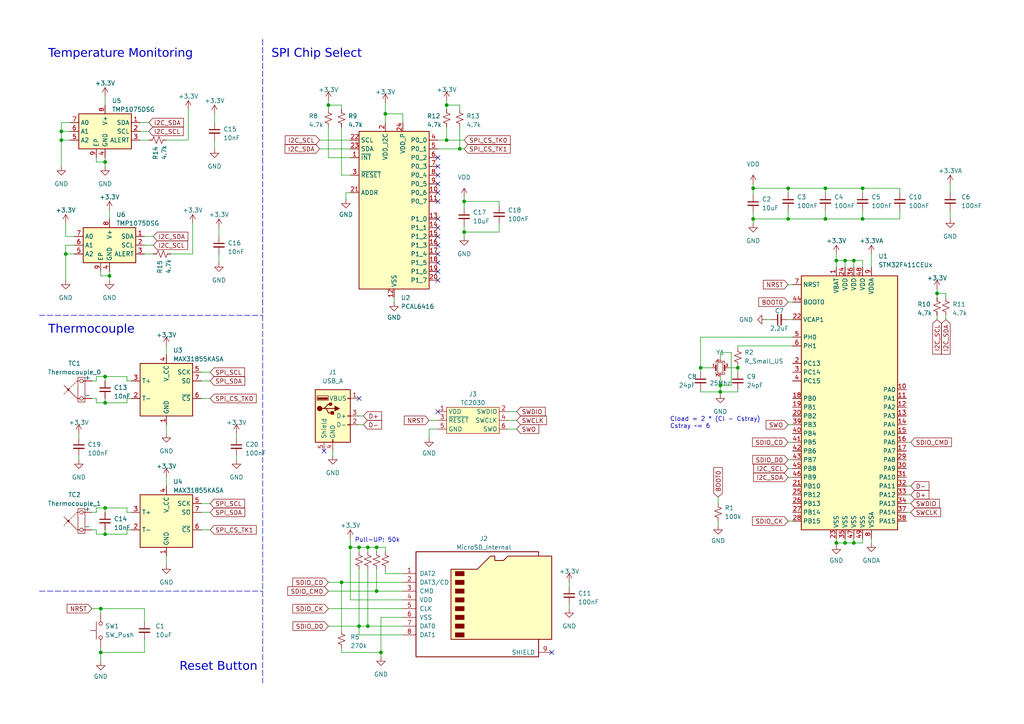
<source format=kicad_sch>
(kicad_sch (version 20230121) (generator eeschema)
  (paper "A4")
  (lib_symbols
    (symbol "ATL:PCAL6416"
      (property "Reference" "U" (at -10.16 24.13 0))
      (property "Value" "PCAL6416" (at 3.81 24.13 0))
      (symbol "PCAL6416_1_1"
        (pin open_collector line (at -12.7 15.24 0) (length 2.54) (name "~{INT}") (number "1"))
        (pin bidirectional line (at 12.7 5.08 180) (length 2.54) (name "P0_6") (number "10"))
        (pin bidirectional line (at 12.7 2.54 180) (length 2.54) (name "P0_7") (number "11"))
        (pin power_in line (at 0 -25.4 90) (length 2.54) (name "VSS") (number "12"))
        (pin bidirectional line (at 12.7 -2.54 180) (length 2.54) (name "P1_0") (number "13"))
        (pin bidirectional line (at 12.7 -5.08 180) (length 2.54) (name "P1_1") (number "14"))
        (pin bidirectional line (at 12.7 -7.62 180) (length 2.54) (name "P1_2") (number "15"))
        (pin bidirectional line (at 12.7 -10.16 180) (length 2.54) (name "P1_3") (number "16"))
        (pin bidirectional line (at 12.7 -12.7 180) (length 2.54) (name "P1_4") (number "17"))
        (pin bidirectional line (at 12.7 -15.24 180) (length 2.54) (name "P1_5") (number "18"))
        (pin bidirectional line (at 12.7 -17.78 180) (length 2.54) (name "P1_6") (number "19"))
        (pin power_in line (at -2.54 25.4 270) (length 2.54) (name "VDD_I2C") (number "2"))
        (pin bidirectional line (at 12.7 -20.32 180) (length 2.54) (name "P1_7") (number "20"))
        (pin input line (at -12.7 5.08 0) (length 2.54) (name "ADDR") (number "21"))
        (pin input line (at -12.7 20.32 0) (length 2.54) (name "SCL") (number "22"))
        (pin bidirectional line (at -12.7 17.78 0) (length 2.54) (name "SDA") (number "23"))
        (pin power_in line (at 2.54 25.4 270) (length 2.54) (name "VDD_P") (number "24"))
        (pin input line (at -12.7 10.16 0) (length 2.54) (name "~{RESET}") (number "3"))
        (pin bidirectional line (at 12.7 20.32 180) (length 2.54) (name "P0_0") (number "4"))
        (pin bidirectional line (at 12.7 17.78 180) (length 2.54) (name "P0_1") (number "5"))
        (pin bidirectional line (at 12.7 15.24 180) (length 2.54) (name "P0_2") (number "6"))
        (pin bidirectional line (at 12.7 12.7 180) (length 2.54) (name "P0_3") (number "7"))
        (pin bidirectional line (at 12.7 10.16 180) (length 2.54) (name "P0_4") (number "8"))
        (pin bidirectional line (at 12.7 7.62 180) (length 2.54) (name "P0_5") (number "9"))
      )
    )
    (symbol "ATL:TC2030"
      (property "Reference" "J" (at 0 5.08 0))
      (property "Value" "TC2030" (at 0 -5.08 0))
      (symbol "TC2030_1_1"
        (pin power_in line (at -10.16 2.54 0) (length 2.54) (name "VDD") (number "1"))
        (pin power_in line (at 10.16 2.54 180) (length 2.54) (name "SWDIO") (number "2"))
        (pin power_in line (at -10.16 0 0) (length 2.54) (name "~{RESET}") (number "3"))
        (pin power_in line (at 10.16 0 180) (length 2.54) (name "SWCLK") (number "4"))
        (pin power_in line (at -10.16 -2.54 0) (length 2.54) (name "GND") (number "5"))
        (pin bidirectional line (at 10.16 -2.54 180) (length 2.54) (name "SWO") (number "6"))
      )
    )
    (symbol "Connector:Micro_SD_Card" (pin_names (offset 1.016))
      (property "Reference" "J" (at -16.51 15.24 0))
      (property "Value" "Micro_SD_Card" (at 16.51 15.24 0))
      (symbol "Micro_SD_Card_1_1"
        (pin bidirectional line (at -22.86 7.62 0) (length 3.81) (name "DAT2") (number "1"))
        (pin bidirectional line (at -22.86 5.08 0) (length 3.81) (name "DAT3/CD") (number "2"))
        (pin input line (at -22.86 2.54 0) (length 3.81) (name "CMD") (number "3"))
        (pin power_in line (at -22.86 0 0) (length 3.81) (name "VDD") (number "4"))
        (pin input line (at -22.86 -2.54 0) (length 3.81) (name "CLK") (number "5"))
        (pin power_in line (at -22.86 -5.08 0) (length 3.81) (name "VSS") (number "6"))
        (pin bidirectional line (at -22.86 -7.62 0) (length 3.81) (name "DAT0") (number "7"))
        (pin bidirectional line (at -22.86 -10.16 0) (length 3.81) (name "DAT1") (number "8"))
        (pin passive line (at 20.32 -15.24 180) (length 3.81) (name "SHIELD") (number "9"))
      )
    )
    (symbol "Connector:USB_A" (pin_names (offset 1.016))
      (property "Reference" "J" (at -5.08 11.43 0))
      (property "Value" "USB_A" (at -5.08 8.89 0))
      (symbol "USB_A_1_1"
        (pin power_in line (at 7.62 5.08 180) (length 2.54) (name "VBUS") (number "1"))
        (pin bidirectional line (at 7.62 -2.54 180) (length 2.54) (name "D-") (number "2"))
        (pin bidirectional line (at 7.62 0 180) (length 2.54) (name "D+") (number "3"))
        (pin power_in line (at 0 -10.16 90) (length 2.54) (name "GND") (number "4"))
        (pin passive line (at -2.54 -10.16 90) (length 2.54) (name "Shield") (number "5"))
      )
    )
    (symbol "Device:C_Small" (pin_numbers hide) (pin_names (offset 0.254) hide)
      (property "Reference" "C" (at 0.254 1.778 0))
      (property "Value" "C_Small" (at 0.254 -2.032 0))
      (symbol "C_Small_1_1"
        (pin passive line (at 0 2.54 270) (length 2.032) (name "~") (number "1"))
        (pin passive line (at 0 -2.54 90) (length 2.032) (name "~") (number "2"))
      )
    )
    (symbol "Device:Crystal_GND24_Small" (pin_names (offset 1.016) hide)
      (property "Reference" "Y" (at 1.27 4.445 0))
      (property "Value" "Crystal_GND24_Small" (at 1.27 2.54 0))
      (symbol "Crystal_GND24_Small_1_1"
        (pin passive line (at -2.54 0 0) (length 1.27) (name "1") (number "1"))
        (pin passive line (at 0 -2.54 90) (length 0.635) (name "2") (number "2"))
        (pin passive line (at 2.54 0 180) (length 1.27) (name "3") (number "3"))
        (pin passive line (at 0 2.54 270) (length 0.635) (name "4") (number "4"))
      )
    )
    (symbol "Device:R_Small_US" (pin_numbers hide) (pin_names (offset 0.254) hide)
      (property "Reference" "R" (at 0.762 0.508 0))
      (property "Value" "R_Small_US" (at 0.762 -1.016 0))
      (symbol "R_Small_US_1_1"
        (pin passive line (at 0 2.54 270) (length 1.016) (name "~") (number "1"))
        (pin passive line (at 0 -2.54 90) (length 1.016) (name "~") (number "2"))
      )
    )
    (symbol "Device:Thermocouple_Block" (pin_numbers hide) (pin_names (offset 0))
      (property "Reference" "TC" (at -3.048 3.81 0))
      (property "Value" "Thermocouple_Block" (at -5.08 -4.064 0))
      (symbol "Thermocouple_Block_1_1"
        (pin passive line (at 5.08 2.54 180) (length 2.54) (name "+") (number "1"))
        (pin passive line (at 5.08 -2.54 180) (length 2.54) (name "-") (number "2"))
      )
    )
    (symbol "GND_1" (power) (pin_names (offset 0))
      (property "Value" "GND_1" (at 0 -3.81 0))
      (symbol "GND_1_1_1"
        (pin power_in line (at 0 0 270) (length 0) hide (name "GND") (number "1"))
      )
    )
    (symbol "GND_2" (power) (pin_names (offset 0))
      (property "Value" "GND_2" (at 0 -3.81 0))
      (symbol "GND_2_1_1"
        (pin power_in line (at 0 0 270) (length 0) hide (name "GND") (number "1"))
      )
    )
    (symbol "GND_3" (power) (pin_names (offset 0))
      (property "Value" "GND_3" (at 0 -3.81 0))
      (symbol "GND_3_1_1"
        (pin power_in line (at 0 0 270) (length 0) hide (name "GND") (number "1"))
      )
    )
    (symbol "GND_4" (power) (pin_names (offset 0))
      (property "Value" "GND_4" (at 0 -3.81 0))
      (symbol "GND_4_1_1"
        (pin power_in line (at 0 0 270) (length 0) hide (name "GND") (number "1"))
      )
    )
    (symbol "GND_5" (power) (pin_names (offset 0))
      (property "Value" "GND_5" (at 0 -3.81 0))
      (symbol "GND_5_1_1"
        (pin power_in line (at 0 0 270) (length 0) hide (name "GND") (number "1"))
      )
    )
    (symbol "GND_6" (power) (pin_names (offset 0))
      (property "Value" "GND_6" (at 0 -3.81 0))
      (symbol "GND_6_1_1"
        (pin power_in line (at 0 0 270) (length 0) hide (name "GND") (number "1"))
      )
    )
    (symbol "MCU_ST_STM32F4:STM32F411CEUx"
      (property "Reference" "U" (at -15.24 36.83 0))
      (property "Value" "STM32F411CEUx" (at 7.62 36.83 0))
      (symbol "STM32F411CEUx_1_1"
        (pin power_in line (at -5.08 38.1 270) (length 2.54) (name "VBAT") (number "1"))
        (pin bidirectional line (at 15.24 2.54 180) (length 2.54) (name "PA0") (number "10"))
        (pin bidirectional line (at 15.24 0 180) (length 2.54) (name "PA1") (number "11"))
        (pin bidirectional line (at 15.24 -2.54 180) (length 2.54) (name "PA2") (number "12"))
        (pin bidirectional line (at 15.24 -5.08 180) (length 2.54) (name "PA3") (number "13"))
        (pin bidirectional line (at 15.24 -7.62 180) (length 2.54) (name "PA4") (number "14"))
        (pin bidirectional line (at 15.24 -10.16 180) (length 2.54) (name "PA5") (number "15"))
        (pin bidirectional line (at 15.24 -12.7 180) (length 2.54) (name "PA6") (number "16"))
        (pin bidirectional line (at 15.24 -15.24 180) (length 2.54) (name "PA7") (number "17"))
        (pin bidirectional line (at -17.78 0 0) (length 2.54) (name "PB0") (number "18"))
        (pin bidirectional line (at -17.78 -2.54 0) (length 2.54) (name "PB1") (number "19"))
        (pin bidirectional line (at -17.78 10.16 0) (length 2.54) (name "PC13") (number "2"))
        (pin bidirectional line (at -17.78 -5.08 0) (length 2.54) (name "PB2") (number "20"))
        (pin bidirectional line (at -17.78 -25.4 0) (length 2.54) (name "PB10") (number "21"))
        (pin power_in line (at -17.78 22.86 0) (length 2.54) (name "VCAP1") (number "22"))
        (pin power_in line (at -5.08 -40.64 90) (length 2.54) (name "VSS") (number "23"))
        (pin power_in line (at -2.54 38.1 270) (length 2.54) (name "VDD") (number "24"))
        (pin bidirectional line (at -17.78 -27.94 0) (length 2.54) (name "PB12") (number "25"))
        (pin bidirectional line (at -17.78 -30.48 0) (length 2.54) (name "PB13") (number "26"))
        (pin bidirectional line (at -17.78 -33.02 0) (length 2.54) (name "PB14") (number "27"))
        (pin bidirectional line (at -17.78 -35.56 0) (length 2.54) (name "PB15") (number "28"))
        (pin bidirectional line (at 15.24 -17.78 180) (length 2.54) (name "PA8") (number "29"))
        (pin bidirectional line (at -17.78 7.62 0) (length 2.54) (name "PC14") (number "3"))
        (pin bidirectional line (at 15.24 -20.32 180) (length 2.54) (name "PA9") (number "30"))
        (pin bidirectional line (at 15.24 -22.86 180) (length 2.54) (name "PA10") (number "31"))
        (pin bidirectional line (at 15.24 -25.4 180) (length 2.54) (name "PA11") (number "32"))
        (pin bidirectional line (at 15.24 -27.94 180) (length 2.54) (name "PA12") (number "33"))
        (pin bidirectional line (at 15.24 -30.48 180) (length 2.54) (name "PA13") (number "34"))
        (pin power_in line (at -2.54 -40.64 90) (length 2.54) (name "VSS") (number "35"))
        (pin power_in line (at 0 38.1 270) (length 2.54) (name "VDD") (number "36"))
        (pin bidirectional line (at 15.24 -33.02 180) (length 2.54) (name "PA14") (number "37"))
        (pin bidirectional line (at 15.24 -35.56 180) (length 2.54) (name "PA15") (number "38"))
        (pin bidirectional line (at -17.78 -7.62 0) (length 2.54) (name "PB3") (number "39"))
        (pin bidirectional line (at -17.78 5.08 0) (length 2.54) (name "PC15") (number "4"))
        (pin bidirectional line (at -17.78 -10.16 0) (length 2.54) (name "PB4") (number "40"))
        (pin bidirectional line (at -17.78 -12.7 0) (length 2.54) (name "PB5") (number "41"))
        (pin bidirectional line (at -17.78 -15.24 0) (length 2.54) (name "PB6") (number "42"))
        (pin bidirectional line (at -17.78 -17.78 0) (length 2.54) (name "PB7") (number "43"))
        (pin input line (at -17.78 27.94 0) (length 2.54) (name "BOOT0") (number "44"))
        (pin bidirectional line (at -17.78 -20.32 0) (length 2.54) (name "PB8") (number "45"))
        (pin bidirectional line (at -17.78 -22.86 0) (length 2.54) (name "PB9") (number "46"))
        (pin power_in line (at 0 -40.64 90) (length 2.54) (name "VSS") (number "47"))
        (pin power_in line (at 2.54 38.1 270) (length 2.54) (name "VDD") (number "48"))
        (pin power_in line (at 2.54 -40.64 90) (length 2.54) (name "VSS") (number "49"))
        (pin input line (at -17.78 17.78 0) (length 2.54) (name "PH0") (number "5"))
        (pin input line (at -17.78 15.24 0) (length 2.54) (name "PH1") (number "6"))
        (pin input line (at -17.78 33.02 0) (length 2.54) (name "NRST") (number "7"))
        (pin power_in line (at 5.08 -40.64 90) (length 2.54) (name "VSSA") (number "8"))
        (pin power_in line (at 5.08 38.1 270) (length 2.54) (name "VDDA") (number "9"))
      )
    )
    (symbol "Sensor_Temperature:MAX31855KASA"
      (property "Reference" "U" (at -7.62 8.89 0))
      (property "Value" "MAX31855KASA" (at 1.27 8.89 0))
      (symbol "MAX31855KASA_1_1"
        (pin power_in line (at 0 -10.16 90) (length 2.54) (name "GND") (number "1"))
        (pin passive line (at -10.16 -2.54 0) (length 2.54) (name "T-") (number "2"))
        (pin passive line (at -10.16 2.54 0) (length 2.54) (name "T+") (number "3"))
        (pin power_in line (at 0 10.16 270) (length 2.54) (name "V_CC") (number "4"))
        (pin input line (at 10.16 5.08 180) (length 2.54) (name "SCK") (number "5"))
        (pin input line (at 10.16 -2.54 180) (length 2.54) (name "~{CS}") (number "6"))
        (pin tri_state line (at 10.16 2.54 180) (length 2.54) (name "SO") (number "7"))
      )
    )
    (symbol "Sensor_Temperature:TMP1075DSG"
      (property "Reference" "U" (at -6.35 6.35 0))
      (property "Value" "TMP1075DSG" (at 6.35 6.35 0))
      (symbol "TMP1075DSG_1_1"
        (pin bidirectional line (at 10.16 2.54 180) (length 2.54) (name "SDA") (number "1"))
        (pin input line (at 10.16 0 180) (length 2.54) (name "SCL") (number "2"))
        (pin open_collector line (at 10.16 -2.54 180) (length 2.54) (name "ALERT") (number "3"))
        (pin power_in line (at 0 -7.62 90) (length 2.54) (name "GND") (number "4"))
        (pin input line (at -10.16 -2.54 0) (length 2.54) (name "A2") (number "5"))
        (pin input line (at -10.16 0 0) (length 2.54) (name "A1") (number "6"))
        (pin input line (at -10.16 2.54 0) (length 2.54) (name "A0") (number "7"))
        (pin power_in line (at 0 7.62 270) (length 2.54) (name "V+") (number "8"))
        (pin passive line (at -2.54 -7.62 90) (length 2.54) (name "EP") (number "9"))
      )
    )
    (symbol "Switch:SW_Push" (pin_numbers hide) (pin_names (offset 1.016) hide)
      (property "Reference" "SW" (at 1.27 2.54 0))
      (property "Value" "SW_Push" (at 0 -1.524 0))
      (symbol "SW_Push_0_1"
        (pin passive line (at -5.08 0 0) (length 2.54) (name "1") (number "1"))
        (pin passive line (at 5.08 0 180) (length 2.54) (name "2") (number "2"))
      )
    )
    (symbol "power:+3.3V" (power) (pin_names (offset 0))
      (property "Value" "+3.3V" (at 0 3.556 0))
      (symbol "+3.3V_1_1"
        (pin power_in line (at 0 0 90) (length 0) hide (name "+3.3V") (number "1"))
      )
    )
    (symbol "power:+3.3VA" (power) (pin_names (offset 0))
      (property "Value" "+3.3VA" (at 0 3.556 0))
      (symbol "+3.3VA_1_1"
        (pin power_in line (at 0 0 90) (length 0) hide (name "+3.3VA") (number "1"))
      )
    )
    (symbol "power:GND" (power) (pin_names (offset 0))
      (property "Value" "GND" (at 0 -3.81 0))
      (symbol "GND_1_1"
        (pin power_in line (at 0 0 270) (length 0) hide (name "GND") (number "1"))
      )
    )
    (symbol "power:GNDA" (power) (pin_names (offset 0))
      (property "Value" "GNDA" (at 0 -3.81 0))
      (symbol "GNDA_1_1"
        (pin power_in line (at 0 0 270) (length 0) hide (name "GNDA") (number "1"))
      )
    )
    (symbol "power:VDD" (power) (pin_names (offset 0))
      (property "Value" "VDD" (at 0 3.81 0))
      (symbol "VDD_1_1"
        (pin power_in line (at 0 0 90) (length 0) hide (name "VDD") (number "1"))
      )
    )
  )
  (junction (at 245.11 157.48))
  (junction (at 213.995 106.68))
  (junction (at 228.6 54.61))
  (junction (at 134.62 58.42))
  (junction (at 129.54 30.48))
  (junction (at 250.19 54.61))
  (junction (at 99.06 168.91))
  (junction (at 109.22 171.45))
  (junction (at 30.48 116.84))
  (junction (at 106.68 158.75))
  (junction (at 208.915 113.665))
  (junction (at 110.49 189.23))
  (junction (at 245.11 75.565))
  (junction (at 203.2 106.68))
  (junction (at 242.57 75.565))
  (junction (at 247.65 157.48))
  (junction (at 101.6 158.75))
  (junction (at 208.915 111.76))
  (junction (at 134.62 67.31))
  (junction (at 29.21 189.23))
  (junction (at 242.57 157.48))
  (junction (at 104.14 158.75))
  (junction (at 250.19 63.5))
  (junction (at 17.78 38.1))
  (junction (at 247.65 75.565))
  (junction (at 111.76 33.02))
  (junction (at 30.48 154.94))
  (junction (at 109.22 158.75))
  (junction (at 271.78 85.09))
  (junction (at 104.14 181.61))
  (junction (at 228.6 63.5))
  (junction (at 129.54 40.64))
  (junction (at 239.395 54.61))
  (junction (at 218.44 54.61))
  (junction (at 30.48 147.32))
  (junction (at 29.21 176.53))
  (junction (at 30.48 109.22))
  (junction (at 17.78 40.64))
  (junction (at 218.44 63.5))
  (junction (at 133.35 43.18))
  (junction (at 31.75 80.01))
  (junction (at 30.48 46.99))
  (junction (at 239.395 63.5))
  (junction (at 19.05 73.66))
  (junction (at 106.68 181.61))
  (junction (at 95.25 30.48))
  (no_connect (at 127 45.72))
  (no_connect (at 127 119.38))
  (no_connect (at 127 58.42))
  (no_connect (at 127 73.66))
  (no_connect (at 127 48.26))
  (no_connect (at 127 63.5))
  (no_connect (at 93.98 130.81))
  (no_connect (at 127 55.88))
  (no_connect (at 127 53.34))
  (no_connect (at 127 78.74))
  (no_connect (at 127 68.58))
  (no_connect (at 160.02 189.23))
  (no_connect (at 127 76.2))
  (no_connect (at 127 81.28))
  (no_connect (at 127 66.04))
  (no_connect (at 127 50.8))
  (no_connect (at 127 71.12))
  (no_connect (at 104.14 115.57))
  (wire (pts (xy 109.22 171.45) (xy 116.84 171.45)))
  (wire (pts (xy 245.11 75.565) (xy 247.65 75.565)))
  (wire (pts (xy 213.995 106.68) (xy 213.995 107.95)))
  (wire (pts (xy 250.19 75.565) (xy 250.19 77.47)))
  (wire (pts (xy 228.6 60.96) (xy 228.6 63.5)))
  (wire (pts (xy 114.3 86.36) (xy 114.3 87.63)))
  (wire (pts (xy 101.6 45.72) (xy 95.25 45.72)))
  (wire (pts (xy 260.985 63.5) (xy 260.985 60.96)))
  (wire (pts (xy 228.6 92.71) (xy 229.87 92.71)))
  (wire (pts (xy 29.21 177.8) (xy 29.21 176.53)))
  (wire (pts (xy 260.985 55.88) (xy 260.985 54.61)))
  (wire (pts (xy 134.62 57.15) (xy 134.62 58.42)))
  (wire (pts (xy 36.83 154.94) (xy 30.48 154.94)))
  (wire (pts (xy 104.14 158.75) (xy 104.14 160.02)))
  (wire (pts (xy 275.59 60.96) (xy 275.59 63.5)))
  (wire (pts (xy 111.76 165.1) (xy 111.76 166.37)))
  (wire (pts (xy 271.78 91.44) (xy 271.78 92.71)))
  (wire (pts (xy 134.62 68.58) (xy 134.62 67.31)))
  (wire (pts (xy 165.1 168.91) (xy 165.1 170.18)))
  (wire (pts (xy 19.05 81.28) (xy 19.05 73.66)))
  (wire (pts (xy 68.58 125.73) (xy 68.58 127)))
  (wire (pts (xy 213.995 100.33) (xy 229.87 100.33)))
  (wire (pts (xy 250.19 63.5) (xy 260.985 63.5)))
  (wire (pts (xy 48.26 161.29) (xy 48.26 163.83)))
  (wire (pts (xy 262.89 148.59) (xy 264.16 148.59)))
  (wire (pts (xy 213.995 106.68) (xy 213.995 106.045)))
  (wire (pts (xy 144.78 58.42) (xy 144.78 59.69)))
  (wire (pts (xy 36.83 110.49) (xy 38.1 110.49)))
  (wire (pts (xy 95.25 171.45) (xy 109.22 171.45)))
  (wire (pts (xy 245.11 75.565) (xy 245.11 77.47)))
  (wire (pts (xy 228.6 54.61) (xy 228.6 55.88)))
  (wire (pts (xy 129.54 29.21) (xy 129.54 30.48)))
  (wire (pts (xy 242.57 73.66) (xy 242.57 75.565)))
  (wire (pts (xy 110.49 179.07) (xy 116.84 179.07)))
  (wire (pts (xy 242.57 75.565) (xy 242.57 77.47)))
  (wire (pts (xy 41.91 189.23) (xy 41.91 185.42)))
  (wire (pts (xy 242.57 157.48) (xy 245.11 157.48)))
  (wire (pts (xy 106.68 181.61) (xy 104.14 181.61)))
  (wire (pts (xy 212.09 102.235) (xy 212.09 111.76)))
  (wire (pts (xy 133.35 31.75) (xy 133.35 30.48)))
  (wire (pts (xy 17.78 38.1) (xy 20.32 38.1)))
  (wire (pts (xy 30.48 109.22) (xy 36.83 109.22)))
  (wire (pts (xy 262.89 128.27) (xy 264.16 128.27)))
  (wire (pts (xy 101.6 173.99) (xy 116.84 173.99)))
  (wire (pts (xy 29.21 176.53) (xy 41.91 176.53)))
  (wire (pts (xy 111.76 33.02) (xy 116.84 33.02)))
  (wire (pts (xy 228.6 87.63) (xy 229.87 87.63)))
  (wire (pts (xy 41.91 73.66) (xy 44.45 73.66)))
  (wire (pts (xy 206.375 106.68) (xy 203.2 106.68)))
  (wire (pts (xy 58.42 148.59) (xy 60.96 148.59)))
  (wire (pts (xy 48.26 138.43) (xy 48.26 140.97)))
  (wire (pts (xy 218.44 61.595) (xy 218.44 63.5)))
  (wire (pts (xy 111.76 29.845) (xy 111.76 33.02)))
  (wire (pts (xy 36.83 153.67) (xy 36.83 154.94)))
  (wire (pts (xy 134.62 58.42) (xy 144.78 58.42)))
  (wire (pts (xy 99.06 189.23) (xy 110.49 189.23)))
  (wire (pts (xy 208.28 146.05) (xy 208.28 144.145)))
  (wire (pts (xy 40.64 35.56) (xy 43.18 35.56)))
  (wire (pts (xy 228.6 82.55) (xy 229.87 82.55)))
  (wire (pts (xy 109.22 158.75) (xy 111.76 158.75)))
  (wire (pts (xy 228.6 128.27) (xy 229.87 128.27)))
  (wire (pts (xy 22.86 132.08) (xy 22.86 133.35)))
  (wire (pts (xy 239.395 63.5) (xy 239.395 60.96)))
  (wire (pts (xy 99.06 31.75) (xy 99.06 30.48)))
  (wire (pts (xy 203.2 97.79) (xy 203.2 106.68)))
  (wire (pts (xy 29.21 189.23) (xy 41.91 189.23)))
  (wire (pts (xy 129.54 36.83) (xy 129.54 40.64)))
  (wire (pts (xy 252.73 73.66) (xy 252.73 77.47)))
  (wire (pts (xy 17.78 48.26) (xy 17.78 40.64)))
  (wire (pts (xy 106.68 181.61) (xy 116.84 181.61)))
  (polyline (pts (xy 11.43 91.44) (xy 76.2 91.44)) (stroke (width 0) (type dash)))
  (wire (pts (xy 29.21 189.23) (xy 29.21 191.77)))
  (wire (pts (xy 99.06 168.91) (xy 99.06 182.88)))
  (wire (pts (xy 17.78 40.64) (xy 20.32 40.64)))
  (wire (pts (xy 100.33 57.785) (xy 100.33 55.88)))
  (wire (pts (xy 147.32 119.38) (xy 149.86 119.38)))
  (wire (pts (xy 110.49 190.5) (xy 110.49 189.23)))
  (wire (pts (xy 38.1 115.57) (xy 36.83 115.57)))
  (wire (pts (xy 218.44 53.34) (xy 218.44 54.61)))
  (wire (pts (xy 165.1 175.26) (xy 165.1 176.53)))
  (wire (pts (xy 274.32 86.36) (xy 274.32 85.09)))
  (wire (pts (xy 133.35 43.18) (xy 134.62 43.18)))
  (wire (pts (xy 144.78 64.77) (xy 144.78 67.31)))
  (wire (pts (xy 211.455 106.68) (xy 213.995 106.68)))
  (wire (pts (xy 92.71 43.18) (xy 101.6 43.18)))
  (wire (pts (xy 271.78 83.82) (xy 271.78 85.09)))
  (wire (pts (xy 55.88 73.66) (xy 49.53 73.66)))
  (wire (pts (xy 58.42 115.57) (xy 60.96 115.57)))
  (wire (pts (xy 41.91 68.58) (xy 44.45 68.58)))
  (wire (pts (xy 99.06 187.96) (xy 99.06 189.23)))
  (wire (pts (xy 147.32 124.46) (xy 149.86 124.46)))
  (wire (pts (xy 36.83 116.84) (xy 30.48 116.84)))
  (wire (pts (xy 110.49 189.23) (xy 110.49 179.07)))
  (wire (pts (xy 17.78 40.64) (xy 17.78 38.1)))
  (wire (pts (xy 95.25 45.72) (xy 95.25 36.83)))
  (wire (pts (xy 106.68 158.75) (xy 109.22 158.75)))
  (wire (pts (xy 40.64 40.64) (xy 43.18 40.64)))
  (wire (pts (xy 239.395 55.88) (xy 239.395 54.61)))
  (wire (pts (xy 95.25 176.53) (xy 116.84 176.53)))
  (wire (pts (xy 218.44 54.61) (xy 228.6 54.61)))
  (wire (pts (xy 36.83 115.57) (xy 36.83 116.84)))
  (wire (pts (xy 245.11 156.21) (xy 245.11 157.48)))
  (wire (pts (xy 26.67 153.67) (xy 27.94 153.67)))
  (wire (pts (xy 203.2 97.79) (xy 229.87 97.79)))
  (wire (pts (xy 30.48 154.94) (xy 30.48 153.67)))
  (wire (pts (xy 228.6 151.13) (xy 229.87 151.13)))
  (wire (pts (xy 26.67 110.49) (xy 27.94 110.49)))
  (wire (pts (xy 27.94 46.99) (xy 30.48 46.99)))
  (wire (pts (xy 95.25 181.61) (xy 104.14 181.61)))
  (wire (pts (xy 26.67 115.57) (xy 27.94 115.57)))
  (wire (pts (xy 250.19 55.88) (xy 250.19 54.61)))
  (wire (pts (xy 127 43.18) (xy 133.35 43.18)))
  (wire (pts (xy 247.65 156.21) (xy 247.65 157.48)))
  (wire (pts (xy 262.89 140.97) (xy 264.16 140.97)))
  (wire (pts (xy 250.19 157.48) (xy 250.19 156.21)))
  (wire (pts (xy 208.915 111.76) (xy 208.915 113.665)))
  (wire (pts (xy 30.48 116.84) (xy 30.48 115.57)))
  (wire (pts (xy 58.42 110.49) (xy 60.96 110.49)))
  (wire (pts (xy 96.52 130.81) (xy 96.52 132.08)))
  (wire (pts (xy 99.06 50.8) (xy 101.6 50.8)))
  (wire (pts (xy 68.58 132.08) (xy 68.58 133.35)))
  (wire (pts (xy 104.14 123.19) (xy 105.41 123.19)))
  (wire (pts (xy 30.48 110.49) (xy 30.48 109.22)))
  (wire (pts (xy 101.6 158.75) (xy 104.14 158.75)))
  (wire (pts (xy 109.22 158.75) (xy 109.22 160.02)))
  (wire (pts (xy 111.76 158.75) (xy 111.76 160.02)))
  (wire (pts (xy 31.75 78.74) (xy 31.75 80.01)))
  (wire (pts (xy 260.985 54.61) (xy 250.19 54.61)))
  (wire (pts (xy 19.05 73.66) (xy 19.05 71.12)))
  (wire (pts (xy 242.57 157.48) (xy 242.57 158.115)))
  (wire (pts (xy 104.14 165.1) (xy 104.14 181.61)))
  (wire (pts (xy 92.71 40.64) (xy 101.6 40.64)))
  (wire (pts (xy 203.2 113.665) (xy 208.915 113.665)))
  (wire (pts (xy 133.35 30.48) (xy 129.54 30.48)))
  (wire (pts (xy 213.995 113.665) (xy 208.915 113.665)))
  (wire (pts (xy 29.21 187.96) (xy 29.21 189.23)))
  (wire (pts (xy 27.94 153.67) (xy 27.94 154.94)))
  (wire (pts (xy 17.78 38.1) (xy 17.78 35.56)))
  (wire (pts (xy 27.94 154.94) (xy 30.48 154.94)))
  (wire (pts (xy 129.54 30.48) (xy 129.54 31.75)))
  (wire (pts (xy 250.19 60.96) (xy 250.19 63.5)))
  (wire (pts (xy 242.57 75.565) (xy 245.11 75.565)))
  (wire (pts (xy 55.88 64.77) (xy 55.88 73.66)))
  (wire (pts (xy 36.83 109.22) (xy 36.83 110.49)))
  (wire (pts (xy 62.23 40.64) (xy 62.23 43.18)))
  (wire (pts (xy 104.14 184.15) (xy 116.84 184.15)))
  (wire (pts (xy 48.26 100.33) (xy 48.26 102.87)))
  (wire (pts (xy 27.94 148.59) (xy 27.94 147.32)))
  (wire (pts (xy 54.61 40.64) (xy 48.26 40.64)))
  (wire (pts (xy 27.94 109.22) (xy 30.48 109.22)))
  (wire (pts (xy 29.21 176.53) (xy 26.67 176.53)))
  (wire (pts (xy 22.86 125.73) (xy 22.86 127)))
  (wire (pts (xy 19.05 68.58) (xy 21.59 68.58)))
  (wire (pts (xy 104.14 158.75) (xy 106.68 158.75)))
  (wire (pts (xy 134.62 67.31) (xy 144.78 67.31)))
  (wire (pts (xy 54.61 31.75) (xy 54.61 40.64)))
  (wire (pts (xy 239.395 63.5) (xy 250.19 63.5)))
  (wire (pts (xy 228.6 123.19) (xy 229.87 123.19)))
  (wire (pts (xy 63.5 66.04) (xy 63.5 68.58)))
  (wire (pts (xy 242.57 156.21) (xy 242.57 157.48)))
  (wire (pts (xy 26.67 148.59) (xy 27.94 148.59)))
  (wire (pts (xy 106.68 165.1) (xy 106.68 181.61)))
  (wire (pts (xy 275.59 53.34) (xy 275.59 55.88)))
  (wire (pts (xy 274.32 91.44) (xy 274.32 92.71)))
  (wire (pts (xy 228.6 135.89) (xy 229.87 135.89)))
  (wire (pts (xy 222.25 92.71) (xy 223.52 92.71)))
  (wire (pts (xy 111.76 33.02) (xy 111.76 35.56)))
  (wire (pts (xy 30.48 46.99) (xy 30.48 48.26)))
  (wire (pts (xy 228.6 138.43) (xy 229.87 138.43)))
  (wire (pts (xy 228.6 63.5) (xy 239.395 63.5)))
  (wire (pts (xy 36.83 147.32) (xy 36.83 148.59)))
  (wire (pts (xy 27.94 110.49) (xy 27.94 109.22)))
  (wire (pts (xy 63.5 73.66) (xy 63.5 76.2)))
  (wire (pts (xy 208.915 102.235) (xy 212.09 102.235)))
  (polyline (pts (xy 11.43 171.45) (xy 76.2 171.45)) (stroke (width 0) (type dash)))
  (wire (pts (xy 203.2 106.68) (xy 203.2 107.95)))
  (wire (pts (xy 252.73 156.21) (xy 252.73 157.48)))
  (wire (pts (xy 218.44 63.5) (xy 228.6 63.5)))
  (polyline (pts (xy 76.2 11.43) (xy 76.2 91.44)) (stroke (width 0) (type dash)))
  (wire (pts (xy 262.89 143.51) (xy 264.16 143.51)))
  (wire (pts (xy 228.6 54.61) (xy 239.395 54.61)))
  (wire (pts (xy 58.42 146.05) (xy 60.96 146.05)))
  (wire (pts (xy 19.05 64.77) (xy 19.05 68.58)))
  (wire (pts (xy 133.35 36.83) (xy 133.35 43.18)))
  (wire (pts (xy 104.14 181.61) (xy 104.14 184.15)))
  (polyline (pts (xy 76.2 11.43) (xy 76.2 91.44)) (stroke (width 0) (type dash)))
  (wire (pts (xy 27.94 45.72) (xy 27.94 46.99)))
  (wire (pts (xy 99.06 168.91) (xy 116.84 168.91)))
  (wire (pts (xy 41.91 180.34) (xy 41.91 176.53)))
  (wire (pts (xy 40.64 38.1) (xy 43.18 38.1)))
  (wire (pts (xy 124.46 121.92) (xy 127 121.92)))
  (wire (pts (xy 36.83 148.59) (xy 38.1 148.59)))
  (wire (pts (xy 104.14 120.65) (xy 105.41 120.65)))
  (wire (pts (xy 218.44 54.61) (xy 218.44 56.515)))
  (wire (pts (xy 30.48 27.94) (xy 30.48 30.48)))
  (wire (pts (xy 27.94 116.84) (xy 30.48 116.84)))
  (wire (pts (xy 99.06 30.48) (xy 95.25 30.48)))
  (wire (pts (xy 95.25 30.48) (xy 95.25 31.75)))
  (wire (pts (xy 247.65 75.565) (xy 247.65 77.47)))
  (wire (pts (xy 124.46 127) (xy 124.46 124.46)))
  (wire (pts (xy 30.48 147.32) (xy 36.83 147.32)))
  (wire (pts (xy 100.33 55.88) (xy 101.6 55.88)))
  (wire (pts (xy 208.28 151.13) (xy 208.28 152.4)))
  (wire (pts (xy 58.42 153.67) (xy 60.96 153.67)))
  (wire (pts (xy 95.25 168.91) (xy 99.06 168.91)))
  (wire (pts (xy 208.915 104.14) (xy 208.915 102.235)))
  (wire (pts (xy 58.42 107.95) (xy 60.96 107.95)))
  (wire (pts (xy 30.48 45.72) (xy 30.48 46.99)))
  (wire (pts (xy 106.68 158.75) (xy 106.68 160.02)))
  (wire (pts (xy 29.21 80.01) (xy 31.75 80.01)))
  (wire (pts (xy 101.6 156.21) (xy 101.6 158.75)))
  (polyline (pts (xy 76.2 91.44) (xy 76.2 171.45)) (stroke (width 0) (type dash)))
  (wire (pts (xy 129.54 40.64) (xy 134.62 40.64)))
  (wire (pts (xy 247.65 75.565) (xy 250.19 75.565)))
  (wire (pts (xy 247.65 157.48) (xy 250.19 157.48)))
  (wire (pts (xy 213.995 100.965) (xy 213.995 100.33)))
  (wire (pts (xy 48.26 123.19) (xy 48.26 125.73)))
  (wire (pts (xy 274.32 85.09) (xy 271.78 85.09)))
  (wire (pts (xy 212.09 111.76) (xy 208.915 111.76)))
  (wire (pts (xy 271.78 85.09) (xy 271.78 86.36)))
  (wire (pts (xy 116.84 33.02) (xy 116.84 35.56)))
  (wire (pts (xy 30.48 148.59) (xy 30.48 147.32)))
  (wire (pts (xy 124.46 124.46) (xy 127 124.46)))
  (wire (pts (xy 147.32 121.92) (xy 149.86 121.92)))
  (wire (pts (xy 213.995 113.03) (xy 213.995 113.665)))
  (wire (pts (xy 203.2 113.03) (xy 203.2 113.665)))
  (polyline (pts (xy 76.2 171.45) (xy 76.2 198.12)) (stroke (width 0) (type dash)))
  (wire (pts (xy 208.915 113.665) (xy 208.915 114.3)))
  (wire (pts (xy 134.62 58.42) (xy 134.62 60.325)))
  (wire (pts (xy 38.1 153.67) (xy 36.83 153.67)))
  (wire (pts (xy 31.75 60.96) (xy 31.75 63.5)))
  (wire (pts (xy 208.915 111.76) (xy 208.915 109.22)))
  (wire (pts (xy 27.94 115.57) (xy 27.94 116.84)))
  (wire (pts (xy 101.6 158.75) (xy 101.6 173.99)))
  (wire (pts (xy 245.11 157.48) (xy 247.65 157.48)))
  (wire (pts (xy 218.44 64.77) (xy 218.44 63.5)))
  (wire (pts (xy 31.75 80.01) (xy 31.75 81.28)))
  (wire (pts (xy 134.62 65.405) (xy 134.62 67.31)))
  (wire (pts (xy 127 40.64) (xy 129.54 40.64)))
  (wire (pts (xy 111.76 166.37) (xy 116.84 166.37)))
  (wire (pts (xy 109.22 165.1) (xy 109.22 171.45)))
  (wire (pts (xy 250.19 54.61) (xy 239.395 54.61)))
  (wire (pts (xy 19.05 73.66) (xy 21.59 73.66)))
  (wire (pts (xy 41.91 71.12) (xy 44.45 71.12)))
  (wire (pts (xy 95.25 29.21) (xy 95.25 30.48)))
  (wire (pts (xy 17.78 35.56) (xy 20.32 35.56)))
  (wire (pts (xy 29.21 78.74) (xy 29.21 80.01)))
  (wire (pts (xy 27.94 147.32) (xy 30.48 147.32)))
  (wire (pts (xy 262.89 146.05) (xy 264.16 146.05)))
  (wire (pts (xy 99.06 36.83) (xy 99.06 50.8)))
  (wire (pts (xy 228.6 133.35) (xy 229.87 133.35)))
  (wire (pts (xy 62.23 33.02) (xy 62.23 35.56)))
  (wire (pts (xy 19.05 71.12) (xy 21.59 71.12)))
  (text "SPI Chip Select" (at 78.74 17.78 0) (effects (font (size 2.5 2.5)) (justify left bottom)))
  (text "Reset Button" (at 52.07 195.58 0) (effects (font (size 2.5 2.5)) (justify left bottom)))
  (text "Thermocouple" (at 13.97 97.79 0) (effects (font (size 2.5 2.5)) (justify left bottom)))
  (text "Pull-UP: 50k" (at 102.87 157.48 0) (effects (font (size 1.27 1.27)) (justify left bottom)))
  (text "Cload = 2 * (Cl - Cstray)\nCstray ~= 6" (at 194.31 124.46 0) (effects (font (size 1.27 1.27)) (justify left bottom)))
  (text "Temperature Monitoring" (at 13.97 17.78 0) (effects (font (size 2.5 2.5)) (justify left bottom)))
  (global_label "SWDIO" (shape input) (at 264.16 146.05 0) (property "Intersheetrefs" "${INTERSHEET_REFS}" (effects hide)))
  (global_label "I2C_SDA" (shape input) (at 228.6 138.43 180) (property "Intersheetrefs" "${INTERSHEET_REFS}" (effects hide)))
  (global_label "SDIO_D0" (shape input) (at 95.25 181.61 180) (property "Intersheetrefs" "${INTERSHEET_REFS}" (effects hide)))
  (global_label "NRST" (shape input) (at 26.67 176.53 180) (property "Intersheetrefs" "${INTERSHEET_REFS}" (effects hide)))
  (global_label "D-" (shape input) (at 264.16 140.97 0) (property "Intersheetrefs" "${INTERSHEET_REFS}" (effects hide)))
  (global_label "SPI_CS_TK1" (shape input) (at 60.96 153.67 0) (property "Intersheetrefs" "${INTERSHEET_REFS}" (effects hide)))
  (global_label "SPI_CS_TK1" (shape input) (at 134.62 43.18 0) (property "Intersheetrefs" "${INTERSHEET_REFS}" (effects hide)))
  (global_label "SPI_CS_TK0" (shape input) (at 134.62 40.64 0) (property "Intersheetrefs" "${INTERSHEET_REFS}" (effects hide)))
  (global_label "BOOT0" (shape input) (at 208.28 144.145 90) (property "Intersheetrefs" "${INTERSHEET_REFS}" (effects hide)))
  (global_label "SDIO_CD" (shape input) (at 95.25 168.91 180) (property "Intersheetrefs" "${INTERSHEET_REFS}" (effects hide)))
  (global_label "I2C_SCL" (shape input) (at 44.45 71.12 0) (property "Intersheetrefs" "${INTERSHEET_REFS}" (effects hide)))
  (global_label "D+" (shape input) (at 264.16 143.51 0) (property "Intersheetrefs" "${INTERSHEET_REFS}" (effects hide)))
  (global_label "D-" (shape input) (at 105.41 123.19 0) (property "Intersheetrefs" "${INTERSHEET_REFS}" (effects hide)))
  (global_label "SDIO_CK" (shape input) (at 228.6 151.13 180) (property "Intersheetrefs" "${INTERSHEET_REFS}" (effects hide)))
  (global_label "BOOT0" (shape input) (at 228.6 87.63 180) (property "Intersheetrefs" "${INTERSHEET_REFS}" (effects hide)))
  (global_label "SDIO_CK" (shape input) (at 95.25 176.53 180) (property "Intersheetrefs" "${INTERSHEET_REFS}" (effects hide)))
  (global_label "I2C_SCL" (shape input) (at 271.78 92.71 270) (property "Intersheetrefs" "${INTERSHEET_REFS}" (effects hide)))
  (global_label "SWO" (shape input) (at 228.6 123.19 180) (property "Intersheetrefs" "${INTERSHEET_REFS}" (effects hide)))
  (global_label "SDIO_CMD" (shape input) (at 95.25 171.45 180) (property "Intersheetrefs" "${INTERSHEET_REFS}" (effects hide)))
  (global_label "SWDIO" (shape input) (at 149.86 119.38 0) (property "Intersheetrefs" "${INTERSHEET_REFS}" (effects hide)))
  (global_label "I2C_SCL" (shape input) (at 43.18 38.1 0) (property "Intersheetrefs" "${INTERSHEET_REFS}" (effects hide)))
  (global_label "I2C_SDA" (shape input) (at 43.18 35.56 0) (property "Intersheetrefs" "${INTERSHEET_REFS}" (effects hide)))
  (global_label "SPI_SCL" (shape input) (at 60.96 107.95 0) (property "Intersheetrefs" "${INTERSHEET_REFS}" (effects hide)))
  (global_label "D+" (shape input) (at 105.41 120.65 0) (property "Intersheetrefs" "${INTERSHEET_REFS}" (effects hide)))
  (global_label "SDIO_CD" (shape input) (at 228.6 128.27 180) (property "Intersheetrefs" "${INTERSHEET_REFS}" (effects hide)))
  (global_label "I2C_SCL" (shape input) (at 92.71 40.64 180) (property "Intersheetrefs" "${INTERSHEET_REFS}" (effects hide)))
  (global_label "SPI_CS_TK0" (shape input) (at 60.96 115.57 0) (property "Intersheetrefs" "${INTERSHEET_REFS}" (effects hide)))
  (global_label "SWCLK" (shape input) (at 264.16 148.59 0) (property "Intersheetrefs" "${INTERSHEET_REFS}" (effects hide)))
  (global_label "I2C_SDA" (shape input) (at 274.32 92.71 270) (property "Intersheetrefs" "${INTERSHEET_REFS}" (effects hide)))
  (global_label "I2C_SDA" (shape input) (at 44.45 68.58 0) (property "Intersheetrefs" "${INTERSHEET_REFS}" (effects hide)))
  (global_label "SPI_SCL" (shape input) (at 60.96 146.05 0) (property "Intersheetrefs" "${INTERSHEET_REFS}" (effects hide)))
  (global_label "SDIO_CMD" (shape input) (at 264.16 128.27 0) (property "Intersheetrefs" "${INTERSHEET_REFS}" (effects hide)))
  (global_label "SPI_SDA" (shape input) (at 60.96 110.49 0) (property "Intersheetrefs" "${INTERSHEET_REFS}" (effects hide)))
  (global_label "NRST" (shape input) (at 124.46 121.92 180) (property "Intersheetrefs" "${INTERSHEET_REFS}" (effects hide)))
  (global_label "I2C_SCL" (shape input) (at 228.6 135.89 180) (property "Intersheetrefs" "${INTERSHEET_REFS}" (effects hide)))
  (global_label "SDIO_D0" (shape input) (at 228.6 133.35 180) (property "Intersheetrefs" "${INTERSHEET_REFS}" (effects hide)))
  (global_label "SWCLK" (shape input) (at 149.86 121.92 0) (property "Intersheetrefs" "${INTERSHEET_REFS}" (effects hide)))
  (global_label "SWO" (shape input) (at 149.86 124.46 0) (property "Intersheetrefs" "${INTERSHEET_REFS}" (effects hide)))
  (global_label "NRST" (shape input) (at 228.6 82.55 180) (property "Intersheetrefs" "${INTERSHEET_REFS}" (effects hide)))
  (global_label "I2C_SDA" (shape input) (at 92.71 43.18 180) (property "Intersheetrefs" "${INTERSHEET_REFS}" (effects hide)))
  (global_label "SPI_SDA" (shape input) (at 60.96 148.59 0) (property "Intersheetrefs" "${INTERSHEET_REFS}" (effects hide)))
  (symbol (lib_id "ATL:TC2030") (at 137.16 121.92 0) (unit 1)
    (property "Reference" "J3" (at 137.16 114.3 0))
    (property "Value" "TC2030" (at 137.16 116.84 0))
    (property "Footprint" "Connector:Tag-Connect_TC2030-IDC-NL_2x03_P1.27mm_Vertical" (effects hide))
  )
  (symbol (lib_id "power:+3.3V") (at 68.58 125.73 0) (unit 1)
    (property "Reference" "#PWR042" (effects hide))
    (property "Value" "+3.3V" (at 68.58 122.555 0))
  )
  (symbol (lib_id "power:+3.3V") (at 271.78 83.82 0) (unit 1)
    (property "Reference" "#PWR011" (effects hide))
    (property "Value" "+3.3V" (at 271.78 80.645 0))
  )
  (symbol (lib_id "Device:C_Small") (at 41.91 182.88 0) (unit 1)
    (property "Reference" "C1" (at 45.085 181.6162 0) (effects (justify left)))
    (property "Value" "10uF" (at 45.085 184.1562 0) (effects (justify left)))
    (property "Footprint" "Capacitor_SMD:C_0603_1608Metric" (effects hide))
  )
  (symbol (lib_name "GND_6") (lib_id "power:GND") (at 17.78 48.26 0) (unit 1)
    (property "Reference" "#PWR026" (effects hide))
    (property "Value" "GND" (at 17.78 53.34 0))
  )
  (symbol (lib_id "Device:R_Small_US") (at 45.72 40.64 90) (unit 1)
    (property "Reference" "R14" (at 45.085 46.355 0) (effects (justify left)))
    (property "Value" "4.7k" (at 47.625 46.355 0) (effects (justify left)))
    (property "Footprint" "Resistor_SMD:R_0603_1608Metric" (effects hide))
  )
  (symbol (lib_id "power:GND") (at 218.44 64.77 0) (unit 1)
    (property "Reference" "#PWR0111" (effects hide))
    (property "Value" "GND" (at 218.44 69.85 0))
  )
  (symbol (lib_id "Device:C_Small") (at 134.62 62.865 0) (unit 1)
    (property "Reference" "C17" (at 137.16 61.6012 0) (effects (justify left)))
    (property "Value" "10uF" (at 137.16 64.1412 0) (effects (justify left)))
    (property "Footprint" "Capacitor_SMD:C_0603_1608Metric" (effects hide))
  )
  (symbol (lib_id "power:GND") (at 275.59 63.5 0) (unit 1)
    (property "Reference" "#PWR0113" (effects hide))
    (property "Value" "GND" (at 275.59 68.58 0))
  )
  (symbol (lib_id "power:+3.3V") (at 95.25 29.21 0) (unit 1)
    (property "Reference" "#PWR08" (effects hide))
    (property "Value" "+3.3V" (at 95.25 26.035 0))
  )
  (symbol (lib_id "power:GND") (at 208.915 114.3 0) (unit 1)
    (property "Reference" "#PWR0116" (effects hide))
    (property "Value" "GND" (at 208.915 119.38 0))
  )
  (symbol (lib_id "Device:C_Small") (at 250.19 58.42 0) (unit 1)
    (property "Reference" "C5" (at 252.73 57.1562 0) (effects (justify left)))
    (property "Value" "100nF" (at 252.73 59.6962 0) (effects (justify left)))
    (property "Footprint" "Capacitor_SMD:C_0402_1005Metric" (effects hide))
  )
  (symbol (lib_id "Device:R_Small_US") (at 46.99 73.66 90) (unit 1)
    (property "Reference" "R15" (at 46.355 79.375 0) (effects (justify left)))
    (property "Value" "4.7k" (at 48.895 79.375 0) (effects (justify left)))
    (property "Footprint" "Resistor_SMD:R_0603_1608Metric" (effects hide))
  )
  (symbol (lib_id "Device:R_Small_US") (at 104.14 162.56 0) (unit 1)
    (property "Reference" "R7" (effects hide))
    (property "Value" "50k" (effects hide))
    (property "Footprint" "Resistor_SMD:R_0603_1608Metric" (effects hide))
  )
  (symbol (lib_id "Device:Crystal_GND24_Small") (at 208.915 106.68 0) (unit 1)
    (property "Reference" "Y1" (at 208.915 102.235 0))
    (property "Value" "25Mhz" (at 208.915 111.125 0))
    (property "Footprint" "Crystal:Crystal_SMD_SeikoEpson_FA238V-4Pin_3.2x2.5mm" (effects hide))
  )
  (symbol (lib_name "GND_1") (lib_id "power:GND") (at 165.1 176.53 0) (unit 1)
    (property "Reference" "#PWR02" (effects hide))
    (property "Value" "GND" (at 165.1 181.61 0))
  )
  (symbol (lib_id "Sensor_Temperature:MAX31855KASA") (at 48.26 113.03 0) (unit 1)
    (property "Reference" "U3" (at 50.2159 101.6 0) (effects (justify left)))
    (property "Value" "MAX31855KASA" (at 50.2159 104.14 0) (effects (justify left)))
    (property "Footprint" "Package_SO:SOIC-8_3.9x4.9mm_P1.27mm" (effects hide))
    (property "Datasheet" "http://datasheets.maximintegrated.com/en/ds/MAX31855.pdf" (effects hide))
  )
  (symbol (lib_id "MCU_ST_STM32F4:STM32F411CEUx") (at 247.65 115.57 0) (unit 1)
    (property "Reference" "U1" (at 254.7494 74.295 0) (effects (justify left)))
    (property "Value" "STM32F411CEUx" (at 254.7494 76.835 0) (effects (justify left)))
    (property "Footprint" "Package_DFN_QFN:QFN-48-1EP_7x7mm_P0.5mm_EP5.6x5.6mm" (effects hide))
    (property "Datasheet" "http://www.st.com/st-web-ui/static/active/en/resource/technical/document/datasheet/DM00115249.pdf" (effects hide))
  )
  (symbol (lib_id "Device:C_Small") (at 213.995 110.49 0) (unit 1)
    (property "Reference" "C9" (at 216.535 109.2262 0) (effects (justify left)))
    (property "Value" "24pF" (at 216.535 111.7662 0) (effects (justify left)))
    (property "Footprint" "Capacitor_SMD:C_0402_1005Metric" (effects hide))
  )
  (symbol (lib_id "power:GND") (at 29.21 191.77 0) (unit 1)
    (property "Reference" "#PWR0102" (effects hide))
    (property "Value" "GND" (at 29.21 196.215 0))
  )
  (symbol (lib_id "Device:C_Small") (at 22.86 129.54 0) (unit 1)
    (property "Reference" "C19" (at 25.4 128.9113 0) (effects (justify left)))
    (property "Value" "100nF" (at 25.4 131.4513 0) (effects (justify left)))
    (property "Footprint" "Capacitor_SMD:C_0603_1608Metric" (effects hide))
  )
  (symbol (lib_id "Device:C_Small") (at 62.23 38.1 0) (unit 1)
    (property "Reference" "C15" (at 64.77 37.4713 0) (effects (justify left)))
    (property "Value" "10nF" (at 64.77 40.0113 0) (effects (justify left)))
    (property "Footprint" "Capacitor_SMD:C_0603_1608Metric" (effects hide))
  )
  (symbol (lib_id "power:GND") (at 242.57 158.115 0) (unit 1)
    (property "Reference" "#PWR0108" (effects hide))
    (property "Value" "GND" (at 242.57 162.56 0))
  )
  (symbol (lib_id "Device:C_Small") (at 165.1 172.72 0) (unit 1)
    (property "Reference" "C11" (at 167.64 172.0913 0) (effects (justify left)))
    (property "Value" "100nF" (at 167.64 174.6313 0) (effects (justify left)))
    (property "Footprint" "Capacitor_SMD:C_0603_1608Metric" (effects hide))
  )
  (symbol (lib_id "Device:C_Small") (at 228.6 58.42 0) (unit 1)
    (property "Reference" "C3" (at 231.14 57.1562 0) (effects (justify left)))
    (property "Value" "100nF" (at 231.14 59.6962 0) (effects (justify left)))
    (property "Footprint" "Capacitor_SMD:C_0402_1005Metric" (effects hide))
  )
  (symbol (lib_name "GND_6") (lib_id "power:GND") (at 63.5 76.2 0) (unit 1)
    (property "Reference" "#PWR036" (effects hide))
    (property "Value" "GND" (at 63.5 81.28 0))
  )
  (symbol (lib_id "Device:C_Small") (at 239.395 58.42 0) (unit 1)
    (property "Reference" "C4" (at 241.935 57.1562 0) (effects (justify left)))
    (property "Value" "100nF" (at 241.935 59.6962 0) (effects (justify left)))
    (property "Footprint" "Capacitor_SMD:C_0402_1005Metric" (effects hide))
  )
  (symbol (lib_name "GND_3") (lib_id "power:GND") (at 100.33 57.785 0) (unit 1)
    (property "Reference" "#PWR06" (effects hide))
    (property "Value" "GND" (at 100.33 62.23 0))
  )
  (symbol (lib_id "Device:C_Small") (at 144.78 62.23 0) (unit 1)
    (property "Reference" "C18" (at 147.32 60.9662 0) (effects (justify left)))
    (property "Value" "100nF" (at 147.32 63.5062 0) (effects (justify left)))
    (property "Footprint" "Capacitor_SMD:C_0402_1005Metric" (effects hide))
  )
  (symbol (lib_id "Switch:SW_Push") (at 29.21 182.88 90) (unit 1)
    (property "Reference" "SW1" (at 30.48 181.6099 90) (effects (justify right)))
    (property "Value" "SW_Push" (at 30.48 184.1499 90) (effects (justify right)))
    (property "Footprint" "Button_Switch_SMD:SW_SPST_B3U-1000P" (effects hide))
  )
  (symbol (lib_id "Device:C_Small") (at 275.59 58.42 0) (unit 1)
    (property "Reference" "C6" (at 278.765 57.1562 0) (effects (justify left)))
    (property "Value" "100nF" (at 278.765 59.6962 0) (effects (justify left)))
    (property "Footprint" "Capacitor_SMD:C_0402_1005Metric" (effects hide))
  )
  (symbol (lib_id "Device:R_Small_US") (at 95.25 34.29 0) (unit 1)
    (property "Reference" "R8" (at 89.535 33.655 0) (effects (justify left)))
    (property "Value" "4.7k" (at 89.535 36.195 0) (effects (justify left)))
    (property "Footprint" "Resistor_SMD:R_0603_1608Metric" (effects hide))
  )
  (symbol (lib_id "power:+3.3V") (at 129.54 29.21 0) (unit 1)
    (property "Reference" "#PWR014" (effects hide))
    (property "Value" "+3.3V" (at 129.54 26.035 0))
  )
  (symbol (lib_id "power:+3.3VA") (at 252.73 73.66 0) (unit 1)
    (property "Reference" "#PWR016" (effects hide))
    (property "Value" "+3.3VA" (at 252.73 69.85 0))
  )
  (symbol (lib_id "Sensor_Temperature:MAX31855KASA") (at 48.26 151.13 0) (unit 1)
    (property "Reference" "U4" (at 50.2159 139.7 0) (effects (justify left)))
    (property "Value" "MAX31855KASA" (at 50.2159 142.24 0) (effects (justify left)))
    (property "Footprint" "Package_SO:SOIC-8_3.9x4.9mm_P1.27mm" (effects hide))
    (property "Datasheet" "http://datasheets.maximintegrated.com/en/ds/MAX31855.pdf" (effects hide))
  )
  (symbol (lib_id "power:+3.3V") (at 30.48 27.94 0) (unit 1)
    (property "Reference" "#PWR027" (effects hide))
    (property "Value" "+3.3V" (at 30.48 24.13 0))
  )
  (symbol (lib_id "Device:R_Small_US") (at 99.06 185.42 0) (unit 1)
    (property "Reference" "R5" (at 101.6 184.785 0) (effects (justify left)))
    (property "Value" "270k" (at 101.6 187.325 0) (effects (justify left)))
    (property "Footprint" "Resistor_SMD:R_0603_1608Metric" (effects hide))
  )
  (symbol (lib_id "power:GND") (at 134.62 68.58 0) (unit 1)
    (property "Reference" "#PWR039" (effects hide))
    (property "Value" "GND" (at 134.62 73.66 0))
  )
  (symbol (lib_id "power:VDD") (at 218.44 53.34 0) (unit 1)
    (property "Reference" "#PWR0112" (effects hide))
    (property "Value" "VDD" (at 218.44 47.625 0))
  )
  (symbol (lib_id "Connector:USB_A") (at 96.52 120.65 0) (unit 1)
    (property "Reference" "J1" (at 96.52 107.95 0))
    (property "Value" "USB_A" (at 96.52 110.49 0))
    (property "Footprint" "Connector_USB:USB_A_CNCTech_1001-011-01101_Horizontal" (effects hide))
    (property "Datasheet" " ~" (effects hide))
  )
  (symbol (lib_id "power:VDD") (at 134.62 57.15 0) (unit 1)
    (property "Reference" "#PWR038" (effects hide))
    (property "Value" "VDD" (at 134.62 51.435 0))
  )
  (symbol (lib_id "Device:C_Small") (at 226.06 92.71 90) (unit 1)
    (property "Reference" "C7" (at 226.06 90.17 90))
    (property "Value" "2.2uF" (at 226.06 95.25 90))
    (property "Footprint" "Capacitor_SMD:C_0805_2012Metric" (effects hide))
  )
  (symbol (lib_id "Device:R_Small_US") (at 109.22 162.56 0) (unit 1)
    (property "Reference" "R4" (effects hide))
    (property "Value" "50k" (effects hide))
    (property "Footprint" "Resistor_SMD:R_0603_1608Metric" (effects hide))
  )
  (symbol (lib_id "Sensor_Temperature:TMP1075DSG") (at 30.48 38.1 0) (unit 1)
    (property "Reference" "U5" (at 32.4359 29.21 0) (effects (justify left)))
    (property "Value" "TMP1075DSG" (at 32.4359 31.75 0) (effects (justify left)))
    (property "Footprint" "Package_SON:WSON-8-1EP_2x2mm_P0.5mm_EP0.9x1.6mm_ThermalVias" (effects hide))
    (property "Datasheet" "https://www.ti.com/lit/gpn/tmp1075" (effects hide))
  )
  (symbol (lib_id "Device:C_Small") (at 30.48 151.13 0) (unit 1)
    (property "Reference" "C14" (at 33.02 150.5013 0) (effects (justify left)))
    (property "Value" "10nF" (at 33.02 153.0413 0) (effects (justify left)))
    (property "Footprint" "Capacitor_SMD:C_0603_1608Metric" (effects hide))
  )
  (symbol (lib_id "power:+3.3V") (at 101.6 156.21 0) (unit 1)
    (property "Reference" "#PWR03" (effects hide))
    (property "Value" "+3.3V" (at 101.6 152.4 0))
  )
  (symbol (lib_id "Device:Thermocouple_Block") (at 21.59 113.03 0) (unit 1)
    (property "Reference" "TC1" (at 21.59 105.41 0))
    (property "Value" "Thermocouple_0" (at 21.59 107.95 0))
    (property "Footprint" "ATL:K_Thermocouple_Generic" (effects hide))
  )
  (symbol (lib_id "power:+3.3V") (at 19.05 64.77 0) (unit 1)
    (property "Reference" "#PWR037" (effects hide))
    (property "Value" "+3.3V" (at 19.05 60.96 0))
  )
  (symbol (lib_id "Device:R_Small_US") (at 274.32 88.9 0) (unit 1)
    (property "Reference" "R11" (at 276.225 88.265 0) (effects (justify left)))
    (property "Value" "4.7k" (at 276.225 90.805 0) (effects (justify left)))
    (property "Footprint" "Resistor_SMD:R_0603_1608Metric_Pad0.98x0.95mm_HandSolder" (effects hide))
  )
  (symbol (lib_id "power:+3.3V") (at 48.26 138.43 0) (unit 1)
    (property "Reference" "#PWR020" (effects hide))
    (property "Value" "+3.3V" (at 48.26 135.255 0))
  )
  (symbol (lib_name "GND_4") (lib_id "power:GND") (at 48.26 125.73 0) (unit 1)
    (property "Reference" "#PWR018" (effects hide))
    (property "Value" "GND" (at 48.26 130.81 0))
  )
  (symbol (lib_name "GND_1") (lib_id "power:GND") (at 22.86 133.35 0) (unit 1)
    (property "Reference" "#PWR041" (effects hide))
    (property "Value" "GND" (at 22.86 138.43 0))
  )
  (symbol (lib_name "GND_6") (lib_id "power:GND") (at 19.05 81.28 0) (unit 1)
    (property "Reference" "#PWR031" (effects hide))
    (property "Value" "GND" (at 19.05 86.36 0))
  )
  (symbol (lib_id "Device:R_Small_US") (at 133.35 34.29 0) (unit 1)
    (property "Reference" "R13" (at 135.255 33.655 0) (effects (justify left)))
    (property "Value" "4.7k" (at 135.255 36.195 0) (effects (justify left)))
    (property "Footprint" "Resistor_SMD:R_0603_1608Metric_Pad0.98x0.95mm_HandSolder" (effects hide))
  )
  (symbol (lib_id "power:+3.3V") (at 63.5 66.04 0) (unit 1)
    (property "Reference" "#PWR035" (effects hide))
    (property "Value" "+3.3V" (at 63.5 62.23 0))
  )
  (symbol (lib_id "Device:C_Small") (at 203.2 110.49 0) (unit 1)
    (property "Reference" "C8" (at 199.39 109.22 0) (effects (justify left)))
    (property "Value" "24pF" (at 196.85 111.76 0) (effects (justify left)))
    (property "Footprint" "Capacitor_SMD:C_0402_1005Metric" (effects hide))
  )
  (symbol (lib_name "GND_6") (lib_id "power:GND") (at 62.23 43.18 0) (unit 1)
    (property "Reference" "#PWR029" (effects hide))
    (property "Value" "GND" (at 62.23 48.26 0))
  )
  (symbol (lib_id "Connector:Micro_SD_Card") (at 139.7 173.99 0) (unit 1)
    (property "Reference" "J2" (at 140.335 156.21 0))
    (property "Value" "MicroSD_Internal" (at 140.335 158.75 0))
    (property "Datasheet" "http://katalog.we-online.de/em/datasheet/693072010801.pdf" (effects hide))
  )
  (symbol (lib_name "GND_2") (lib_id "power:GND") (at 110.49 190.5 0) (unit 1)
    (property "Reference" "#PWR04" (effects hide))
    (property "Value" "GND" (at 110.49 195.58 0))
  )
  (symbol (lib_id "power:+3.3V") (at 54.61 31.75 0) (unit 1)
    (property "Reference" "#PWR030" (effects hide))
    (property "Value" "+3.3V" (at 54.61 27.94 0))
  )
  (symbol (lib_name "GND_6") (lib_id "power:GND") (at 31.75 81.28 0) (unit 1)
    (property "Reference" "#PWR033" (effects hide))
    (property "Value" "GND" (at 31.75 86.36 0))
  )
  (symbol (lib_id "power:+3.3V") (at 62.23 33.02 0) (unit 1)
    (property "Reference" "#PWR028" (effects hide))
    (property "Value" "+3.3V" (at 62.23 29.21 0))
  )
  (symbol (lib_id "Device:R_Small_US") (at 99.06 34.29 0) (unit 1)
    (property "Reference" "R9" (at 100.965 33.655 0) (effects (justify left)))
    (property "Value" "4.7k" (at 100.965 36.195 0) (effects (justify left)))
    (property "Footprint" "Resistor_SMD:R_0603_1608Metric" (effects hide))
  )
  (symbol (lib_id "Device:C_Small") (at 63.5 71.12 0) (unit 1)
    (property "Reference" "C16" (at 66.04 70.4913 0) (effects (justify left)))
    (property "Value" "10nF" (at 66.04 73.0313 0) (effects (justify left)))
    (property "Footprint" "Capacitor_SMD:C_0603_1608Metric" (effects hide))
  )
  (symbol (lib_id "Device:R_Small_US") (at 129.54 34.29 0) (unit 1)
    (property "Reference" "R12" (at 123.825 33.655 0) (effects (justify left)))
    (property "Value" "4.7k" (at 123.825 36.195 0) (effects (justify left)))
    (property "Footprint" "Resistor_SMD:R_0603_1608Metric_Pad0.98x0.95mm_HandSolder" (effects hide))
  )
  (symbol (lib_id "Device:R_Small_US") (at 106.68 162.56 0) (unit 1)
    (property "Reference" "R6" (effects hide))
    (property "Value" "50k" (effects hide))
    (property "Footprint" "Resistor_SMD:R_0603_1608Metric" (effects hide))
  )
  (symbol (lib_id "Device:C_Small") (at 260.985 58.42 0) (unit 1)
    (property "Reference" "C10" (at 263.525 57.1562 0) (effects (justify left)))
    (property "Value" "100nF" (at 263.525 59.6962 0) (effects (justify left)))
    (property "Footprint" "Capacitor_SMD:C_0402_1005Metric" (effects hide))
  )
  (symbol (lib_name "GND_1") (lib_id "power:GND") (at 68.58 133.35 0) (unit 1)
    (property "Reference" "#PWR043" (effects hide))
    (property "Value" "GND" (at 68.58 138.43 0))
  )
  (symbol (lib_id "power:GND") (at 222.25 92.71 270) (unit 1)
    (property "Reference" "#PWR0115" (effects hide))
    (property "Value" "GND" (at 218.44 92.7099 90) (effects (justify right)))
  )
  (symbol (lib_name "GND_4") (lib_id "power:GND") (at 48.26 163.83 0) (unit 1)
    (property "Reference" "#PWR021" (effects hide))
    (property "Value" "GND" (at 48.26 168.91 0))
  )
  (symbol (lib_id "Sensor_Temperature:TMP1075DSG") (at 31.75 71.12 0) (unit 1)
    (property "Reference" "U6" (at 33.7059 62.23 0) (effects (justify left)))
    (property "Value" "TMP1075DSG" (at 33.7059 64.77 0) (effects (justify left)))
    (property "Footprint" "Package_SON:WSON-8-1EP_2x2mm_P0.5mm_EP0.9x1.6mm_ThermalVias" (effects hide))
    (property "Datasheet" "https://www.ti.com/lit/gpn/tmp1075" (effects hide))
  )
  (symbol (lib_id "Device:R_Small_US") (at 271.78 88.9 0) (unit 1)
    (property "Reference" "R10" (at 266.065 88.265 0) (effects (justify left)))
    (property "Value" "4.7k" (at 266.065 90.805 0) (effects (justify left)))
    (property "Footprint" "Resistor_SMD:R_0603_1608Metric" (effects hide))
  )
  (symbol (lib_id "power:+3.3V") (at 242.57 73.66 0) (unit 1)
    (property "Reference" "#PWR017" (effects hide))
    (property "Value" "+3.3V" (at 242.57 69.85 0))
  )
  (symbol (lib_name "GND_6") (lib_id "power:GND") (at 30.48 48.26 0) (unit 1)
    (property "Reference" "#PWR025" (effects hide))
    (property "Value" "GND" (at 30.48 53.34 0))
  )
  (symbol (lib_id "power:+3.3V") (at 111.76 29.845 0) (unit 1)
    (property "Reference" "#PWR05" (effects hide))
    (property "Value" "+3.3V" (at 111.76 26.67 0))
  )
  (symbol (lib_id "Device:R_Small_US") (at 208.28 148.59 0) (unit 1)
    (property "Reference" "R1" (at 210.185 147.3199 0) (effects (justify left)))
    (property "Value" "100k" (at 210.185 149.8599 0) (effects (justify left)))
    (property "Footprint" "Resistor_SMD:R_0402_1005Metric" (effects hide))
  )
  (symbol (lib_id "power:GND") (at 208.28 152.4 0) (unit 1)
    (property "Reference" "#PWR0101" (effects hide))
    (property "Value" "GND" (at 208.28 156.845 0))
  )
  (symbol (lib_id "power:GNDA") (at 252.73 157.48 0) (unit 1)
    (property "Reference" "#PWR0107" (effects hide))
    (property "Value" "GNDA" (at 252.73 162.56 0))
  )
  (symbol (lib_id "power:+3.3VA") (at 275.59 53.34 0) (unit 1)
    (property "Reference" "#PWR015" (effects hide))
    (property "Value" "+3.3VA" (at 275.59 49.53 0))
  )
  (symbol (lib_id "power:+3.3V") (at 165.1 168.91 0) (unit 1)
    (property "Reference" "#PWR01" (effects hide))
    (property "Value" "+3.3V" (at 165.1 165.735 0))
  )
  (symbol (lib_id "Device:C_Small") (at 218.44 59.055 0) (unit 1)
    (property "Reference" "C2" (at 220.98 57.7912 0) (effects (justify left)))
    (property "Value" "10uF" (at 220.98 60.3312 0) (effects (justify left)))
    (property "Footprint" "Capacitor_SMD:C_0603_1608Metric" (effects hide))
  )
  (symbol (lib_id "power:+3.3V") (at 31.75 60.96 0) (unit 1)
    (property "Reference" "#PWR032" (effects hide))
    (property "Value" "+3.3V" (at 31.75 57.15 0))
  )
  (symbol (lib_id "ATL:PCAL6416") (at 114.3 60.96 0) (unit 1)
    (property "Reference" "U2" (at 116.2559 86.36 0) (effects (justify left)))
    (property "Value" "PCAL6416" (at 116.2559 88.9 0) (effects (justify left)))
    (property "Footprint" "Package_DFN_QFN:WQFN-24-1EP_4x4mm_P0.5mm_EP2.45x2.45mm" (effects hide))
    (property "Datasheet" "https://www.nxp.com/docs/en/data-sheet/PCAL6416A.pdf" (effects hide))
    (property "Note" "Footprint GND pad is larger than actual GND pad on IC" (effects hide))
    (property "DigiKey" "https://www.digikey.com/en/products/detail/nxp-usa-inc/PCAL6416AHF-128/3598043" (effects hide))
  )
  (symbol (lib_name "GND_3") (lib_id "power:GND") (at 114.3 87.63 0) (unit 1)
    (property "Reference" "#PWR07" (effects hide))
    (property "Value" "GND" (at 114.3 92.075 0))
  )
  (symbol (lib_id "Device:R_Small_US") (at 111.76 162.56 0) (unit 1)
    (property "Reference" "R3" (effects hide))
    (property "Value" "50k" (effects hide))
    (property "Footprint" "Resistor_SMD:R_0603_1608Metric" (effects hide))
  )
  (symbol (lib_id "Device:R_Small_US") (at 213.995 103.505 0) (unit 1)
    (property "Reference" "R2" (at 215.9 102.2349 0) (effects (justify left)))
    (property "Value" "R_Small_US" (at 215.9 104.7749 0) (effects (justify left)))
    (property "Footprint" "Resistor_SMD:R_0402_1005Metric" (effects hide))
  )
  (symbol (lib_id "Device:C_Small") (at 68.58 129.54 0) (unit 1)
    (property "Reference" "C20" (at 71.12 128.9113 0) (effects (justify left)))
    (property "Value" "100nF" (at 71.12 131.4513 0) (effects (justify left)))
    (property "Footprint" "Capacitor_SMD:C_0603_1608Metric" (effects hide))
  )
  (symbol (lib_id "power:+3.3V") (at 48.26 100.33 0) (unit 1)
    (property "Reference" "#PWR019" (effects hide))
    (property "Value" "+3.3V" (at 48.26 97.155 0))
  )
  (symbol (lib_name "GND_3") (lib_id "power:GND") (at 124.46 127 0) (unit 1)
    (property "Reference" "#PWR045" (effects hide))
    (property "Value" "GND" (at 124.46 131.445 0))
  )
  (symbol (lib_id "Device:Thermocouple_Block") (at 21.59 151.13 0) (unit 1)
    (property "Reference" "TC2" (at 21.59 143.51 0))
    (property "Value" "Thermocouple_1" (at 21.59 146.05 0))
    (property "Footprint" "ATL:K_Thermocouple_Generic" (effects hide))
  )
  (symbol (lib_name "GND_5") (lib_id "power:GND") (at 96.52 132.08 0) (unit 1)
    (property "Reference" "#PWR022" (effects hide))
    (property "Value" "GND" (at 96.52 137.16 0))
  )
  (symbol (lib_id "power:+3.3V") (at 22.86 125.73 0) (unit 1)
    (property "Reference" "#PWR040" (effects hide))
    (property "Value" "+3.3V" (at 22.86 122.555 0))
  )
  (symbol (lib_id "power:+3.3V") (at 55.88 64.77 0) (unit 1)
    (property "Reference" "#PWR034" (effects hide))
    (property "Value" "+3.3V" (at 55.88 60.96 0))
  )
  (symbol (lib_id "Device:C_Small") (at 30.48 113.03 0) (unit 1)
    (property "Reference" "C13" (at 33.02 112.4013 0) (effects (justify left)))
    (property "Value" "10nF" (at 33.02 114.9413 0) (effects (justify left)))
    (property "Footprint" "Capacitor_SMD:C_0603_1608Metric" (effects hide))
  )
  (sheet (at 304.8 10.16) (size 33.02 20.32) (stroke (width 0.1524))
    (property "Sheetname" "Power" (at 304.8 9.4484 0) (effects (justify left bottom)))
    (property "Sheetfile" "untitled.kicad_sch" (at 304.8 31.0646 0) (effects (justify left top)))
  )
)
</source>
